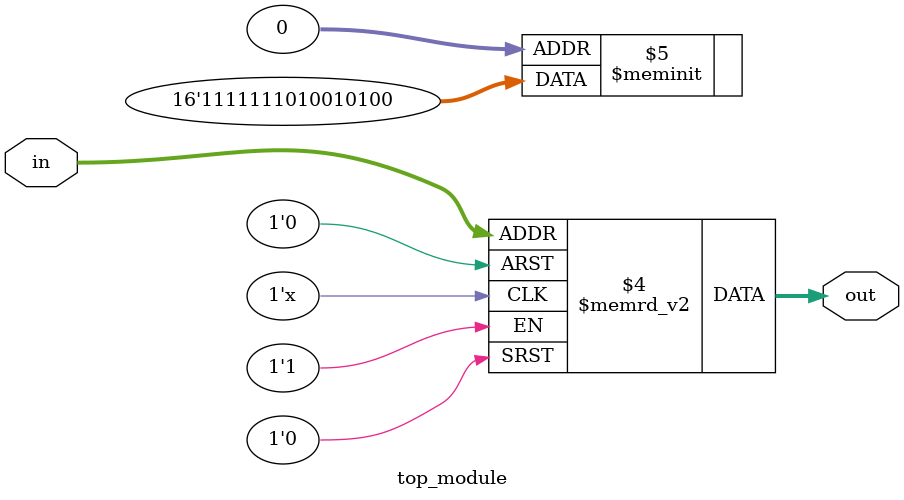
<source format=sv>
module top_module (
    input [2:0] in,
    output [1:0] out
);

    // Logic for addition
    always @*
    begin
        case (in)
            3'b000: out = 2'b00;
            3'b001: out = 2'b01;
            3'b010: out = 2'b01;
            3'b011: out = 2'b10;
            3'b100: out = 2'b10;
            3'b101: out = 2'b11;
            3'b110: out = 2'b11;
            3'b111: out = 2'b11;
            default: out = 2'b00;
        endcase
    end
  
endmodule

</source>
